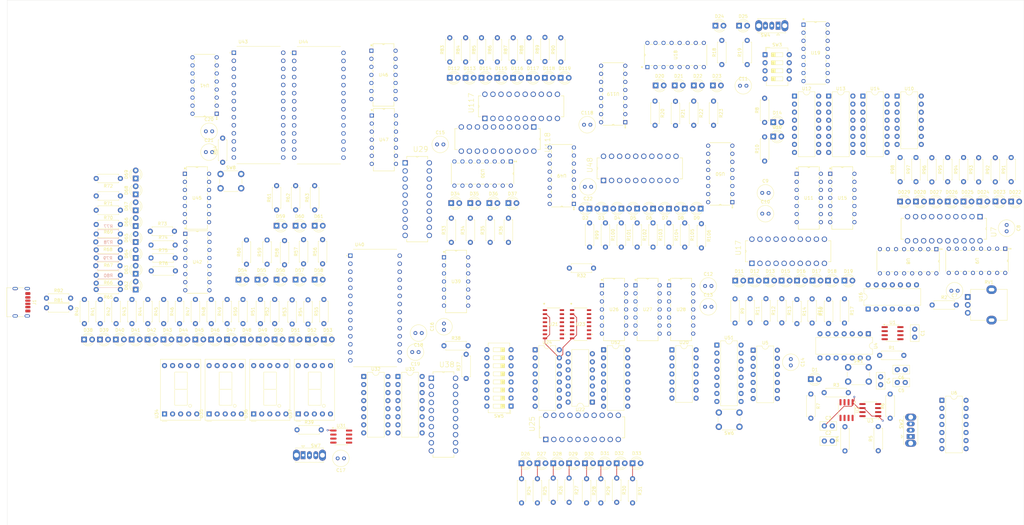
<source format=kicad_pcb>
(kicad_pcb (version 20241229) (generator "pcbnew") (generator_version "9.0")
  (title_block (title "8 Bit PC") (date "2025-10-27") (rev "1"))
  (layers (0 "F.Cu" signal) (4 "In1.Cu" signal) (6 "In2.Cu" signal) (8 "In3.Cu" signal) (10 "In4.Cu" signal) (2 "B.Cu" signal) (13 "F.Paste" user) (15 "B.Paste" user) (5 "F.SilkS" user "F.Silkscreen") (7 "B.SilkS" user "B.Silkscreen") (1 "F.Mask" user) (3 "B.Mask" user) (25 "Edge.Cuts" user))
  (net 0 "")
  (net 1 "GND")
  (net 2 "Net-(U1-CV)")
  (net 3 "Net-(U2-CV)")
  (net 4 "Net-(U2-DIS)")
  (net 5 "Net-(U3-CV)")
  (net 6 "VCC")
  (net 7 "Net-(U1-THR)")
  (net 8 "BUS_5")
  (net 9 "Net-(C14-Pad2)")
  (net 10 "CLK")
  (net 11 "Net-(U31-THR)")
  (net 12 "Net-(U31-CV)")
  (net 13 "Net-(D1-K)")
  (net 14 "Net-(D2-K)")
  (net 15 "/ALU/A_7")
  (net 16 "Net-(D3-K)")
  (net 17 "/ALU/A_6")
  (net 18 "/ALU/A_5")
  (net 19 "Net-(D4-K)")
  (net 20 "/ALU/A_4")
  (net 21 "Net-(D5-K)")
  (net 22 "Net-(D6-K)")
  (net 23 "/ALU/A_3")
  (net 24 "Net-(D7-K)")
  (net 25 "/ALU/A_2")
  (net 26 "Net-(D8-K)")
  (net 27 "/ALU/A_1")
  (net 28 "/ALU/A_0")
  (net 29 "Net-(D9-K)")
  (net 30 "ZF")
  (net 31 "Net-(D10-K)")
  (net 32 "Net-(D11-K)")
  (net 33 "Net-(D11-A)")
  (net 34 "Net-(D12-A)")
  (net 35 "Net-(D12-K)")
  (net 36 "Net-(D13-K)")
  (net 37 "Net-(D13-A)")
  (net 38 "Net-(D14-K)")
  (net 39 "CF")
  (net 40 "Net-(D15-K)")
  (net 41 "Net-(D15-A)")
  (net 42 "Net-(D16-K)")
  (net 43 "Net-(D16-A)")
  (net 44 "Net-(D17-K)")
  (net 45 "Net-(D17-A)")
  (net 46 "Net-(D18-K)")
  (net 47 "Net-(D18-A)")
  (net 48 "Net-(D19-K)")
  (net 49 "/MAR/A3")
  (net 50 "Net-(D20-K)")
  (net 51 "Net-(D21-K)")
  (net 52 "/MAR/A2")
  (net 53 "/MAR/A1")
  (net 54 "Net-(D22-K)")
  (net 55 "Net-(D022-K)")
  (net 56 "/ALU/B_7")
  (net 57 "/MAR/A0")
  (net 58 "Net-(D23-K)")
  (net 59 "/ALU/B_6")
  (net 60 "Net-(D023-K)")
  (net 61 "Net-(D24-A)")
  (net 62 "/ALU/B_5")
  (net 63 "Net-(D024-K)")
  (net 64 "Net-(D25-A)")
  (net 65 "Net-(D25-K)")
  (net 66 "Net-(D025-K)")
  (net 67 "/ALU/B_4")
  (net 68 "Net-(D26-K)")
  (net 69 "Net-(D26-A)")
  (net 70 "/ALU/B_3")
  (net 71 "Net-(D026-K)")
  (net 72 "Net-(D027-K)")
  (net 73 "/ALU/B_2")
  (net 74 "Net-(D27-K)")
  (net 75 "Net-(D27-A)")
  (net 76 "/ALU/B_1")
  (net 77 "Net-(D028-K)")
  (net 78 "Net-(D28-K)")
  (net 79 "Net-(D28-A)")
  (net 80 "Net-(D29-K)")
  (net 81 "Net-(D29-A)")
  (net 82 "/ALU/B_0")
  (net 83 "Net-(D029-K)")
  (net 84 "Net-(D30-K)")
  (net 85 "Net-(D30-A)")
  (net 86 "Net-(D31-K)")
  (net 87 "Net-(D31-A)")
  (net 88 "Net-(D32-K)")
  (net 89 "Net-(D32-A)")
  (net 90 "Net-(D33-A)")
  (net 91 "Net-(D33-K)")
  (net 92 "Net-(D34-K)")
  (net 93 "Net-(D34-A)")
  (net 94 "Net-(D35-A)")
  (net 95 "Net-(D35-K)")
  (net 96 "Net-(D36-K)")
  (net 97 "Net-(D36-A)")
  (net 98 "Net-(D37-K)")
  (net 99 "Net-(D37-A)")
  (net 100 "Net-(D38-K)")
  (net 101 "HLT")
  (net 102 "Net-(D39-A)")
  (net 103 "Net-(D39-K)")
  (net 104 "Net-(D40-K)")
  (net 105 "RI")
  (net 106 "Net-(D41-K)")
  (net 107 "Net-(D41-A)")
  (net 108 "Net-(D42-K)")
  (net 109 "Net-(D42-A)")
  (net 110 "Net-(D43-A)")
  (net 111 "Net-(D43-K)")
  (net 112 "Net-(D44-K)")
  (net 113 "Net-(D44-A)")
  (net 114 "Net-(D45-K)")
  (net 115 "Net-(D45-A)")
  (net 116 "Net-(D46-A)")
  (net 117 "Net-(D46-K)")
  (net 118 "Net-(D47-K)")
  (net 119 "SU")
  (net 120 "Net-(D48-K)")
  (net 121 "Net-(D48-A)")
  (net 122 "Net-(D49-K)")
  (net 123 "OI")
  (net 124 "Net-(D50-K)")
  (net 125 "CE")
  (net 126 "Net-(D51-K)")
  (net 127 "Net-(D51-A)")
  (net 128 "Net-(D52-A)")
  (net 129 "Net-(D52-K)")
  (net 130 "Net-(D53-A)")
  (net 131 "Net-(D53-K)")
  (net 132 "Net-(D54-A)")
  (net 133 "Net-(D54-K)")
  (net 134 "Net-(D55-A)")
  (net 135 "Net-(D55-K)")
  (net 136 "Net-(D56-A)")
  (net 137 "Net-(D56-K)")
  (net 138 "Net-(D57-A)")
  (net 139 "Net-(D57-K)")
  (net 140 "Net-(D58-K)")
  (net 141 "Net-(D58-A)")
  (net 142 "Net-(D59-A)")
  (net 143 "Net-(D59-K)")
  (net 144 "Net-(D60-A)")
  (net 145 "Net-(D60-K)")
  (net 146 "Net-(D61-K)")
  (net 147 "Net-(D61-A)")
  (net 148 "Net-(D62-K)")
  (net 149 "BUS_0")
  (net 150 "Net-(D63-K)")
  (net 151 "BUS_1")
  (net 152 "Net-(D64-K)")
  (net 153 "BUS_2")
  (net 154 "Net-(D65-K)")
  (net 155 "BUS_3")
  (net 156 "Net-(D66-K)")
  (net 157 "Net-(D67-K)")
  (net 158 "Net-(D68-K)")
  (net 159 "Net-(D69-K)")
  (net 160 "IR_7")
  (net 161 "Net-(D112-K)")
  (net 162 "Net-(D113-K)")
  (net 163 "IR_6")
  (net 164 "IR_5")
  (net 165 "Net-(D114-K)")
  (net 166 "Net-(D115-K)")
  (net 167 "IR_4")
  (net 168 "Net-(D116-K)")
  (net 169 "Net-(D116-A)")
  (net 170 "Net-(D117-K)")
  (net 171 "Net-(D117-A)")
  (net 172 "Net-(D118-A)")
  (net 173 "Net-(D118-K)")
  (net 174 "Net-(D119-A)")
  (net 175 "Net-(D119-K)")
  (net 176 "Net-(J1-CC2)")
  (net 177 "Net-(J1-CC1)")
  (net 178 "Net-(U1-DIS)")
  (net 179 "Net-(R2-Pad2)")
  (net 180 "Net-(U2-TR)")
  (net 181 "Net-(SW2-A)")
  (net 182 "Net-(U31-DIS)")
  (net 183 "Net-(SW7-A)")
  (net 184 "Net-(R64-Pad1)")
  (net 186 "Net-(SW2-C)")
  (net 187 "Net-(U24-I0d)")
  (net 188 "Net-(U24-I0a)")
  (net 189 "Net-(U24-I0c)")
  (net 190 "Net-(U24-I0b)")
  (net 191 "Net-(U51-I0c)")
  (net 192 "Net-(SW7-B)")
  (net 193 "Net-(U1-Q)")
  (net 194 "Net-(U2-Q)")
  (net 195 "Net-(U3-Q)")
  (net 197 "Net-(U4-Pad3)")
  (net 198 "Net-(U4-Pad9)")
  (net 199 "Net-(U4-Pad6)")
  (net 200 "Net-(U4-Pad4)")
  (net 201 "Net-(U4-Pad10)")
  (net 202 "Net-(U24-Za)")
  (net 203 "~{CLK}")
  (net 204 "Net-(U52-Zc)")
  (net 205 "Net-(U21-D0)")
  (net 206 "Net-(U23-D2)")
  (net 207 "Net-(U21-D3)")
  (net 208 "Net-(U52-Zb)")
  (net 209 "CLR")
  (net 210 "~{BI}")
  (net 211 "Net-(U10-Pad4)")
  (net 212 "Net-(U10-Pad9)")
  (net 213 "Net-(U10-Pad1)")
  (net 216 "Net-(U12-D1)")
  (net 218 "Net-(U10-Pad10)")
  (net 219 "Net-(U10-Pad2)")
  (net 220 "Net-(U10-Pad3)")
  (net 221 "Net-(D19-A)")
  (net 225 "Net-(U12-D0)")
  (net 226 "~{FI}")
  (net 228 "Net-(U13-B2)")
  (net 229 "Net-(U13-C0)")
  (net 230 "Net-(U13-B4)")
  (net 231 "Net-(U13-B1)")
  (net 232 "Net-(U13-B3)")
  (net 233 "Net-(U14-B1)")
  (net 234 "Net-(U14-B2)")
  (net 235 "Net-(U14-B4)")
  (net 236 "~{EO}")
  (net 237 "/MAR/PROG")
  (net 238 "BUS_4")
  (net 239 "BUS_6")
  (net 240 "~{MI}")
  (net 241 "BUS_7")
  (net 242 "Net-(U51-Zc)")
  (net 243 "Net-(U24-Zb)")
  (net 244 "Net-(U21-D1)")
  (net 245 "Net-(U52-I0c)")
  (net 246 "Net-(U24-Zc)")
  (net 247 "Net-(U21-D2)")
  (net 248 "Net-(U24-Zd)")
  (net 249 "Net-(U23-D0)")
  (net 250 "Net-(U52-Za)")
  (net 251 "~{RO}")
  (net 252 "~{CLR}")
  (net 253 "Net-(U42-O5)")
  (net 254 "Net-(U26-Pad6)")
  (net 255 "Net-(U51-I1c)")
  (net 256 "~{IO}")
  (net 257 "~{II}")
  (net 258 "~{AI}")
  (net 259 "~{AO}")
  (net 265 "~{CO}")
  (net 268 "Net-(U52-I0d)")
  (net 270 "~{J}")
  (net 273 "Net-(U31-Q)")
  (net 276 "Net-(U32A-~{Q})")
  (net 277 "Net-(U32B-~{Q})")
  (net 278 "Net-(U33A-O1)")
  (net 279 "Net-(U33A-O2)")
  (net 280 "Net-(U33A-O3)")
  (net 281 "Net-(U52-I0b)")
  (net 282 "Net-(U33A-O0)")
  (net 283 "Net-(U34-F)")
  (net 284 "Net-(U34-E)")
  (net 285 "Net-(U34-D)")
  (net 286 "Net-(U34-G)")
  (net 287 "Net-(U34-C)")
  (net 288 "Net-(U34-DP)")
  (net 289 "Net-(U34-A)")
  (net 290 "Net-(U34-B)")
  (net 291 "Net-(U38-Q2)")
  (net 292 "Net-(U38-Cp)")
  (net 293 "Net-(U38-Q0)")
  (net 294 "Net-(U38-Q7)")
  (net 295 "Net-(U38-Q3)")
  (net 296 "Net-(U38-Q1)")
  (net 297 "Net-(U38-Q6)")
  (net 298 "Net-(U38-Q5)")
  (net 299 "Net-(U38-Q4)")
  (net 300 "Net-(U52-I0a)")
  (net 307 "Net-(U41-~{MR})")
  (net 315 "Net-(U23-D1)")
  (net 316 "Net-(U14-B3)")
  (net 317 "Net-(U23-D3)")
  (net 318 "Net-(U21-*WE)")
  (net 319 "Net-(U52-Zd)")
  (net 320 "Net-(U21-*O2)")
  (net 330 "Net-(U21-*O1)")
  (net 331 "Net-(U21-*O0)")
  (net 332 "Net-(U21-*O3)")
  (net 343 "Net-(U23-*O2)")
  (net 344 "Net-(U23-*O3)")
  (net 345 "Net-(U23-*O1)")
  (net 346 "Net-(U23-*O0)")
  (footprint "Resistor_THT:R_Axial_DIN0207_L6.3mm_D2.5mm_P7.62mm_Horizontal" (layer "F.Cu") (at 266.9171 109.7923 -90)
    (property "Reference" "R14")
    (property "Value" "220")
  )
  (footprint "Package_DIP:DIP-14_W7.62mm" (layer "F.Cu") (at 253.13 125.79)
    (property "Reference" "U5")
    (property "Value" "74LS04")
  )
  (footprint "Package_SO:SOIC-8_3.9x4.9mm_P1.27mm" (layer "F.Cu") (at 297.0671 120.4123)
    (property "Reference" "U1")
    (property "Value" "LM555xM")
  )
  (footprint "Capacitor_THT:C_Radial_D5.0mm_H5.0mm_P2.00mm" (layer "F.Cu") (at 333.04 86.3 -90)
    (property "Reference" "C8")
    (property "Value" "0.1 µF")
  )
  (footprint "Capacitor_THT:C_Disc_D5.0mm_W2.5mm_P2.50mm" (layer "F.Cu") (at 275.5671 149.6623)
    (property "Reference" "C3")
    (property "Value" "0.01 µF")
  )
  (footprint "Resistor_THT:R_Axial_DIN0207_L6.3mm_D2.5mm_P7.62mm_Horizontal" (layer "F.Cu") (at 319.46 72.67 90)
    (property "Reference" "R94")
    (property "Value" "220")
  )
  (footprint "Package_DIP:DIP-16_W7.62mm" (layer "F.Cu") (at 205.9771 125.6573)
    (property "Reference" "U52")
    (property "Value" "74LS158")
  )
  (footprint "Resistor_THT:R_Axial_DIN0207_L6.3mm_D2.5mm_P7.62mm_Horizontal" (layer "F.Cu") (at 157.5 34.92 90)
    (property "Reference" "R83")
    (property "Value" "220")
  )
  (footprint "Resistor_THT:R_Axial_DIN0207_L6.3mm_D2.5mm_P7.62mm_Horizontal" (layer "F.Cu") (at 177.5 34.92 90)
    (property "Reference" "R87")
    (property "Value" "220")
  )
  (footprint "Custom:SN74LS173AN" (layer "F.Cu") (at 293.09 101.55 -90)
    (property "Reference" "U8")
    (property "Value" "74LS173")
  )
  (footprint "Package_DIP:DIP-14_W7.62mm" (layer "F.Cu") (at 227.5271 125.6673)
    (property "Reference" "U20")
    (property "Value" "74LS04")
  )
  (footprint "Custom:N16" (layer "F.Cu") (at 76.4121 33.4723 180)
    (property "Reference" "U41")
    (property "Value" "74LS161")
  )
  (footprint "Capacitor_THT:C_Radial_D5.0mm_H5.0mm_P2.00mm" (layer "F.Cu") (at 249 42.42)
    (property "Reference" "C11")
    (property "Value" "0.1 µF")
  )
  (footprint "LED_THT:LED_D3.0mm" (layer "F.Cu") (at 205.08 161.42)
    (property "Reference" "D31")
    (property "Value" "RED")
  )
  (footprint "LED_THT:LED_D3.0mm" (layer "F.Cu") (at 177.46 39.92)
    (property "Reference" "D116")
    (property "Value" "RED")
  )
  (footprint "Resistor_THT:R_Axial_DIN0207_L6.3mm_D2.5mm_P7.62mm_Horizontal" (layer "F.Cu") (at 202.8171 99.9123 180)
    (property "Reference" "R32")
    (property "Value" "1K")
  )
  (footprint "Package_DIP:DIP-14_W7.62mm" (layer "F.Cu") (at 312.62 141.58)
    (property "Reference" "U6")
    (property "Value" "74LS32")
  )
  (footprint "LED_THT:LED_D3.0mm" (layer "F.Cu") (at 108.9021 103.5523)
    (property "Reference" "D57")
    (property "Value" "GREEN")
  )
  (footprint "LED_THT:LED_D3.0mm" (layer "F.Cu") (at 117.7871 122.4123)
    (property "Reference" "D53")
    (property "Value" "BLUE")
  )
  (footprint "Resistor_THT:R_Axial_DIN0207_L6.3mm_D2.5mm_P7.62mm_Horizontal" (layer "F.Cu") (at 271.7171 109.6023 -90)
    (property "Reference" "R15")
    (property "Value" "220")
  )
  (footprint "Resistor_THT:R_Axial_DIN0207_L6.3mm_D2.5mm_P7.62mm_Horizontal" (layer "F.Cu") (at 262.1671 109.5423 -90)
    (property "Reference" "R13")
    (property "Value" "220")
  )
  (footprint "LED_THT:LED_D3.0mm" (layer "F.Cu") (at 157.5 39.92)
    (property "Reference" "D112")
    (property "Value" "RED")
  )
  (footprint "Resistor_THT:R_Axial_DIN0207_L6.3mm_D2.5mm_P7.62mm_Horizontal" (layer "F.Cu") (at 276.9171 117.3523 90)
    (property "Reference" "R16")
    (property "Value" "220")
  )
  (footprint "LED_THT:LED_D3.0mm" (layer "F.Cu") (at 259.46 53.92)
    (property "Reference" "D14")
    (property "Value" "GREEN")
  )
  (footprint "Resistor_THT:R_Axial_DIN0207_L6.3mm_D2.5mm_P7.62mm_Horizontal" (layer "F.Cu") (at 275.5071 139.1623)
    (property "Reference" "R3")
    (property "Value" "1K")
  )
  (footprint "Resistor_THT:R_Axial_DIN0207_L6.3mm_D2.5mm_P7.62mm_Horizontal" (layer "F.Cu") (at 53.6677 106.6571 180)
    (property "Reference" "R65")
    (property "Value" "220")
  )
  (footprint "Resistor_THT:R_Axial_DIN0207_L6.3mm_D2.5mm_P7.62mm_Horizontal" (layer "F.Cu") (at 222.1971 47.2723 -90)
    (property "Reference" "R20")
    (property "Value" "220")
  )
  (footprint "LED_THT:LED_D3.0mm" (layer "F.Cu") (at 58.5 71.65 90)
    (property "Reference" "D69")
    (property "Value" "RED")
  )
  (footprint "LED_THT:LED_D3.0mm" (layer "F.Cu") (at 257.2421 103.8523)
    (property "Reference" "D13")
    (property "Value" "RED")
  )
  (footprint "Resistor_THT:R_Axial_DIN0207_L6.3mm_D2.5mm_P7.62mm_Horizontal" (layer "F.Cu") (at 304.46 72.67 90)
    (property "Reference" "R97")
    (property "Value" "220")
  )
  (footprint "AT28C64B_15PU:DIP1555W45P254L3733H482Q28" (layer "F.Cu") (at 97.2213 48.53)
    (property "Reference" "U43")
    (property "Value" "AT28C64B-15PU")
  )
  (footprint "LED_THT:LED_D3.0mm" (layer "F.Cu") (at 271.8421 103.8523)
    (property "Reference" "D17")
    (property "Value" "RED")
  )
  (footprint "LED_THT:LED_D3.0mm" (layer "F.Cu") (at 102.9021 86.5523)
    (property "Reference" "D59")
    (property "Value" "RED")
  )
  (footprint "LED_THT:LED_D3.0mm" (layer "F.Cu") (at 172.46 39.92)
    (property "Reference" "D115")
    (property "Value" "RED")
  )
  (footprint "Button_Switch_THT:SW_PUSH_6mm" (layer "F.Cu") (at 248.8171 149.9273 180)
    (property "Reference" "SW6")
    (property "Value" "SW_Push")
  )
  (footprint "LED_THT:LED_D3.0mm" (layer "F.Cu") (at 200.12 161.42)
    (property "Reference" "D30")
    (property "Value" "RED")
  )
  (footprint "Package_DIP:DIP-16_W7.62mm" (layer "F.Cu") (at 130.3839 134.0691)
    (property "Reference" "U32")
    (property "Value" "74LS76")
  )
  (footprint "LED_THT:LED_D3.0mm" (layer "F.Cu") (at 102.2771 122.4123)
    (property "Reference" "D50")
    (property "Value" "BLUE")
  )
  (footprint "Display_7Segment:D1X8K" (layer "F.Cu") (at 81.6364 145.8791 90)
    (property "Reference" "U35")
    (property "Value" "D148K")
  )
  (footprint "LED_THT:LED_D3.0mm" (layer "F.Cu") (at 247.4771 103.8523)
    (property "Reference" "D11")
    (property "Value" "RED")
  )
  (footprint "LED_THT:LED_D3.0mm" (layer "F.Cu") (at 248.71 23.5)
    (property "Reference" "D25")
    (property "Value" "GREEN")
  )
  (footprint "Resistor_THT:R_Axial_DIN0207_L6.3mm_D2.5mm_P7.62mm_Horizontal" (layer "F.Cu") (at 111.4121 98.5523 90)
    (property "Reference" "R57")
    (property "Value" "220")
  )
  (footprint "Package_DIP:DIP-16_W7.62mm" (layer "F.Cu") (at 141.1639 134.0691)
    (property "Reference" "U33")
    (property "Value" "74LS139")
  )
  (footprint "LED_THT:LED_D3.0mm" (layer "F.Cu") (at 42.2271 122.4123)
    (property "Reference" "D38")
    (property "Value" "BLUE")
  )
  (footprint "Resistor_THT:R_Axial_DIN0207_L6.3mm_D2.5mm_P7.62mm_Horizontal" (layer "F.Cu") (at 53.6677 71.6571 180)
    (property "Reference" "R72")
    (property "Value" "220")
  )
  (footprint "Capacitor_THT:C_Radial_D5.0mm_H5.0mm_P2.00mm" (layer "F.Cu") (at 148.6664 120.3791 180)
    (property "Reference" "C18")
    (property "Value" "0.1 µF")
  )
  (footprint "LED_THT:LED_D3.0mm" (layer "F.Cu") (at 62.2271 122.4123)
    (property "Reference" "D42")
    (property "Value" "BLUE")
  )
  (footprint "LED_THT:LED_D3.0mm" (layer "F.Cu") (at 231.5871 81.1623 180)
    (property "Reference" "D8")
    (property "Value" "RED")
  )
  (footprint "Resistor_THT:R_Axial_DIN0207_L6.3mm_D2.5mm_P7.62mm_Horizontal" (layer "F.Cu") (at 102.3171 117.4123 90)
    (property "Reference" "R52")
    (property "Value" "220")
  )
  (footprint "Resistor_THT:R_Axial_DIN0207_L6.3mm_D2.5mm_P7.62mm_Horizontal" (layer "F.Cu") (at 187.5 34.79 90)
    (property "Reference" "R89")
    (property "Value" "220")
  )
  (footprint "Resistor_THT:R_Axial_DIN0207_L6.3mm_D2.5mm_P7.62mm_Horizontal" (layer "F.Cu") (at 215.12 166.3 -90)
    (property "Reference" "R31")
    (property "Value" "220")
  )
  (footprint "Resistor_THT:R_Axial_DIN0207_L6.3mm_D2.5mm_P7.62mm_Horizontal" (layer "F.Cu") (at 292.5671 157.4723 90)
    (property "Reference" "R5")
    (property "Value" "1K")
  )
  (footprint "LED_THT:LED_D3.0mm" (layer "F.Cu") (at 334.46 78.92)
    (property "Reference" "D022")
    (property "Value" "RED")
  )
  (footprint "Resistor_THT:R_Axial_DIN0207_L6.3mm_D2.5mm_P7.62mm_Horizontal" (layer "F.Cu") (at 192.5 34.92 90)
    (property "Reference" "R90")
    (property "Value" "220")
  )
  (footprint "Capacitor_THT:C_Radial_D5.0mm_H5.0mm_P2.00mm" (layer "F.Cu") (at 255.9939 82.7491)
    (property "Reference" "C10")
    (property "Value" "0.1 µF")
  )
  (footprint "Package_SO:SOIC-8_3.9x4.9mm_P1.27mm" (layer "F.Cu") (at 282.5671 144.6623 -90)
    (property "Reference" "U2")
    (property "Value" "LM555xM")
  )
  (footprint "Capacitor_THT:C_Radial_D5.0mm_H5.0mm_P2.00mm" (layer "F.Cu") (at 317.605 107.04 180)
    (property "Reference" "C7")
    (property "Value" "1 µF")
  )
  (footprint "LED_THT:LED_D3.0mm" (layer "F.Cu") (at 90.8721 103.5523)
    (property "Reference" "D54")
    (property "Value" "GREEN")
  )
  (footprint "Resistor_THT:R_Axial_DIN0207_L6.3mm_D2.5mm_P7.62mm_Horizontal" (layer "F.Cu") (at 63.325 92.64)
    (property "Reference" "R74")
    (property "Value" "10k")
  )
  (footprint "LED_THT:LED_D3.0mm" (layer "F.Cu") (at 72.2771 122.4123)
    (property "Reference" "D44")
    (property "Value" "BLUE")
  )
  (footprint "LED_THT:LED_D3.0mm" (layer "F.Cu") (at 92.2771 122.4123)
    (property "Reference" "D48")
    (property "Value" "BLUE")
  )
  (footprint "Button_Switch_THT:SW_DIP_SPSTx08_Slide_6.7x21.88mm_W7.62mm_P2.54mm_LowProfile" (layer "F.Cu") (at 176.8171 143.4123 180)
    (property "Reference" "SW5")
    (property "Value" "SW_DIP_x08")
  )
  (footprint "Custom:DIP254P762X508-20" (layer "F.Cu") (at 151.05 89.6)
    (property "Reference" "U29")
    (property "Value" "74LS245")
  )
  (footprint "Resistor_THT:R_Axial_DIN0207_L6.3mm_D2.5mm_P7.62mm_Horizontal" (layer "F.Cu") (at 109.3564 150.8791)
    (property "Reference" "R39")
    (property "Value" "10k")
  )
  (footprint "LED_THT:LED_D3.0mm" (layer "F.Cu") (at 259.46 58.42)
    (property "Reference" "D10")
    (property "Value" "GREEN")
  )
  (footprint "LED_THT:LED_D3.0mm" (layer "F.Cu") (at 304.44 78.92)
    (property "Reference" "D028")
    (property "Value" "RED")
  )
  (footprint "Resistor_THT:R_Axial_DIN0207_L6.3mm_D2.5mm_P7.62mm_Horizontal" (layer "F.Cu") (at 62.3171 117.4123 90)
    (property "Reference" "R44")
    (property "Value" "220")
  )
  (footprint "LED_THT:LED_D3.0mm" (layer "F.Cu") (at 222.3971 42.3323)
    (property "Reference" "D20")
    (property "Value" "YELLOW")
  )
  (footprint "Package_DIP:DIP-14_W7.62mm" (layer "F.Cu") (at 202.4371 142.1523 180)
    (property "Reference" "U22")
    (property "Value" "74LS04")
  )
  (footprint "Resistor_THT:R_Axial_DIN0207_L6.3mm_D2.5mm_P7.62mm_Horizontal" (layer "F.Cu") (at 53.6677 86.1571 180)
    (property "Reference" "R69")
    (property "Value" "220")
  )
  (footprint "Resistor_THT:R_Axial_DIN0207_L6.3mm_D2.5mm_P7.62mm_Horizontal" (layer "F.Cu") (at 180.12 166.3 -90)
    (property "Reference" "R24")
    (property "Value" "220")
  )
  (footprint "Resistor_THT:R_Axial_DIN0207_L6.3mm_D2.5mm_P7.62mm_Horizontal" (layer "F.Cu") (at 296.3171 147.2223 90)
    (property "Reference" "R6")
    (property "Value" "1K")
  )
  (footprint "LED_THT:LED_D3.0mm" (layer "F.Cu") (at 319.42 78.92)
    (property "Reference" "D025")
    (property "Value" "RED")
  )
  (footprint "Display_7Segment:D1X8K" (layer "F.Cu") (at 109.7364 145.8791 90)
    (property "Reference" "U37")
    (property "Value" "D148K")
  )
  (footprint "LED_THT:LED_D3.0mm" (layer "F.Cu") (at 58.5 76.65 90)
    (property "Reference" "D68")
    (property "Value" "RED")
  )
  (footprint "Resistor_THT:R_Axial_DIN0207_L6.3mm_D2.5mm_P7.62mm_Horizontal" (layer "F.Cu") (at 281.9171 109.6023 -90)
    (property "Reference" "R17")
    (property "Value" "220")
  )
  (footprint "Resistor_THT:R_Axial_DIN0207_L6.3mm_D2.5mm_P7.62mm_Horizontal" (layer "F.Cu") (at 53.6677 77.1571 180)
    (property "Reference" "R71")
    (property "Value" "220")
  )
  (footprint "Resistor_THT:R_Axial_DIN0207_L6.3mm_D2.5mm_P7.62mm_Horizontal" (layer "F.Cu") (at 251.25 35.75 90)
    (property "Reference" "R19")
    (property "Value" "1K")
  )
  (footprint "Capacitor_THT:C_Radial_D5.0mm_H5.0mm_P2.00mm" (layer "F.Cu") (at 124.1664 159.8791 180)
    (property "Reference" "C17")
    (property "Value" "0.01 µF")
  )
  (footprint "LED_THT:LED_D3.0mm" (layer "F.Cu") (at 167.48 39.92)
    (property "Reference" "D114")
    (property "Value" "RED")
  )
  (footprint "Capacitor_THT:C_Radial_D5.0mm_H5.0mm_P2.00mm" (layer "F.Cu") (at 237.9771 112.0973)
    (property "Reference" "C13")
    (property "Value" "0.1 µF")
  )
  (footprint "Resistor_THT:R_Axial_DIN0207_L6.3mm_D2.5mm_P7.62mm_Horizontal" (layer "F.Cu") (at 162.6664 134.6891 90)
    (property "Reference" "R37")
    (property "Value" "1k")
  )
  (footprint "Resistor_THT:R_Axial_DIN0207_L6.3mm_D2.5mm_P7.62mm_Horizontal" (layer "F.Cu") (at 157.99 91.79 90)
    (property "Reference" "R33")
    (property "Value" "220")
  )
  (footprint "Resistor_THT:R_Axial_DIN0207_L6.3mm_D2.5mm_P7.62mm_Horizontal" (layer "F.Cu") (at 108.9121 81.5523 90)
    (property "Reference" "R62")
    (property "Value" "220")
  )
  (footprint "LED_THT:LED_D3.0mm" (layer "F.Cu") (at 114.9221 86.5523)
    (property "Reference" "D61")
    (property "Value" "RED")
  )
  (footprint "LED_THT:LED_D3.0mm" (layer "F.Cu") (at 228.4071 42.3323)
    (property "Reference" "D21")
    (property "Value" "YELLOW")
  )
  (footprint "Package_DIP:DIP-16_W7.62mm" (layer "F.Cu") (at 276.94 45.67)
    (property "Reference" "U13")
    (property "Value" "74LS283")
  )
  (footprint "Resistor_THT:R_Axial_DIN0207_L6.3mm_D2.5mm_P7.62mm_Horizontal" (layer "F.Cu") (at 334.46 72.67 90)
    (property "Reference" "R91")
    (property "Value" "220")
  )
  (footprint "Resistor_THT:R_Axial_DIN0207_L6.3mm_D2.5mm_P7.62mm_Horizontal" (layer "F.Cu") (at 77.3171 117.4123 90)
    (property "Reference" "R47")
    (property "Value" "220")
  )
  (footprint "Resistor_THT:R_Axial_DIN0207_L6.3mm_D2.5mm_P7.62mm_Horizontal" (layer "F.Cu") (at 30.38 112.42)
    (property "Reference" "R81")
    (property "Value" "5.1 kΩ")
  )
  (footprint "LED_THT:LED_D3.0mm" (layer "F.Cu") (at 309.44 78.92)
    (property "Reference" "D027")
    (property "Value" "RED")
  )
  (footprint "Resistor_THT:R_Axial_DIN0207_L6.3mm_D2.5mm_P7.62mm_Horizontal" (layer "F.Cu") (at 93.4121 98.6723 90)
    (property "Reference" "R60")
    (property "Value" "220")
  )
  (footprint "Package_DIP:DIP-16_W7.62mm" (layer "F.Cu") (at 184.4171 125.6573)
    (property "Reference" "U24")
    (property "Value" "74LS158")
  )
  (footprint "LED_THT:LED_D3.0mm" (layer "F.Cu") (at 185.13 161.42)
    (property "Reference" "D27")
    (property "Value" "RED")
  )
  (footprint "Resistor_THT:R_Axial_DIN0207_L6.3mm_D2.5mm_P7.62mm_Horizontal" (layer "F.Cu") (at 293.0071 127.4123)
    (property "Reference" "R1")
    (property "Value" "1K")
  )
  (footprint "Resistor_THT:R_Axial_DIN0207_L6.3mm_D2.5mm_P7.62mm_Horizontal" (layer "F.Cu") (at 282.0671 157.5323 90)
    (property "Reference" "R4")
    (property "Value" "1M")
  )
  (footprint "LED_THT:LED_D3.0mm" (layer "F.Cu") (at 195.12 161.42)
    (property "Reference" "D29")
    (property "Value" "RED")
  )
  (footprint "Resistor_THT:R_Axial_DIN0207_L6.3mm_D2.5mm_P7.62mm_Horizontal" (layer "F.Cu") (at 53.6677 81.6571 180)
    (property "Reference" "R70")
    (property "Value" "220")
  )
  (footprint "LED_THT:LED_D3.0mm" (layer "F.Cu") (at 234.4171 42.3323)
    (property "Reference" "D22")
    (property "Value" "YELLOW")
  )
  (footprint "Resistor_THT:R_Axial_DIN0207_L6.3mm_D2.5mm_P7.62mm_Horizontal" (layer "F.Cu") (at 170.24 91.79 90)
    (property "Reference" "R35")
    (property "Value" "220")
  )
  (footprint "LED_THT:LED_D3.0mm" (layer "F.Cu") (at 102.8921 103.5523)
    (property "Reference" "D56")
    (property "Value" "GREEN")
  )
  (footprint "Custom:N16" (layer "F.Cu") (at 158.96 73.92 -90)
    (property "Reference" "U30")
    (property "Value" "74LS161")
  )
  (footprint "LED_THT:LED_D3.0mm" (layer "F.Cu") (at 57.2271 122.4123)
    (property "Reference" "D41")
    (property "Value" "BLUE")
  )
  (footprint "LED_THT:LED_D3.0mm" (layer "F.Cu") (at 82.2771 122.4123)
    (property "Reference" "D46")
    (property "Value" "BLUE")
  )
  (footprint "Resistor_THT:R_Axial_DIN0207_L6.3mm_D2.5mm_P7.62mm_Horizontal" (layer "F.Cu") (at 175.99 91.79 90)
    (property "Reference" "R36")
    (property "Value" "220")
  )
  (footprint "Resistor_THT:R_Axial_DIN0207_L6.3mm_D2.5mm_P7.62mm_Horizontal" (layer "F.Cu") (at 117.8171 117.4123 90)
    (property "Reference" "R55")
    (property "Value" "220")
  )
  (footprint "Custom:SN74LS173AN" (layer "F.Cu") (at 276.62 40.96)
    (property "Reference" "U19")
    (property "Value" "74LS173")
  )
  (footprint "Capacitor_THT:C_Radial_D5.0mm_H5.0mm_P2.00mm" (layer "F.Cu") (at 199.8171 54.7123)
    (property "Reference" "C118")
    (property "Value" "0.1 µF")
  )
  (footprint "Package_DIP:DIP-14_W7.62mm" (layer "F.Cu") (at 298.5 45.68)
    (property "Reference" "U10")
    (property "Value" "74LS08")
  )
  (footprint "Button_Switch_THT:SW_Slide_SPDT_Straight_CK_OS102011MS2Q" (layer "F.Cu") (at 111.2664 158.8791)
    (property "Reference" "SW7")
    (property "Value" "SW_SPDT")
  )
  (footprint "Resistor_THT:R_Axial_DIN0207_L6.3mm_D2.5mm_P7.62mm_Horizontal" (layer "F.Cu") (at 182.5 34.92 90)
    (property "Reference" "R88")
    (property "Value" "220")
  )
  (footprint "footprints:N14" (layer "F.Cu") (at 274.4684 85.42)
    (property "Reference" "U11")
    (property "Value" "74LS02")
  )
  (footprint "Button_Switch_THT:SW_PUSH_6mm" (layer "F.Cu") (at 283.0671 131.1623)
    (property "Reference" "SW1")
    (property "Value" "SW_Push")
  )
  (footprint "LED_THT:LED_D3.0mm" (layer "F.Cu") (at 190.12 161.42)
    (property "Reference" "D28")
    (property "Value" "RED")
  )
  (footprint "Resistor_THT:R_Axial_DIN0207_L6.3mm_D2.5mm_P7.62mm_Horizontal" (layer "F.Cu") (at 105.4121 98.8623 90)
    (property "Reference" "R58")
    (property "Value" "220")
  )
  (footprint "Resistor_THT:R_Axial_DIN0207_L6.3mm_D2.5mm_P7.62mm_Horizontal" (layer "F.Cu") (at 99.9121 98.6723 90)
    (property "Reference" "R59")
    (property "Value" "220")
  )
  (footprint "Resistor_THT:R_Axial_DIN0207_L6.3mm_D2.5mm_P7.62mm_Horizontal" (layer "F.Cu") (at 309.545 111.54)
    (property "Reference" "R2")
    (property "Value" "1K")
  )
  (footprint "LED_THT:LED_D3.0mm" (layer "F.Cu") (at 52.2271 122.4123)
    (property "Reference" "D40")
    (property "Value" "BLUE")
  )
  (footprint "Capacitor_THT:C_Disc_D5.0mm_W2.5mm_P2.50mm" (layer "F.Cu") (at 293.3171 134.1623 -90)
    (property "Reference" "C4")
    (property "Value" "0.01 µF")
  )
  (footprint "Resistor_THT:R_Axial_DIN0207_L6.3mm_D2.5mm_P7.62mm_Horizontal" (layer "F.Cu") (at 324.21 72.73 90)
    (property "Reference" "R93")
    (property "Value" "220")
  )
  (footprint "LED_THT:LED_D3.0mm" (layer "F.Cu") (at 201.5071 81.1623 180)
    (property "Reference" "D2")
    (property "Value" "RED")
  )
  (footprint "Resistor_THT:R_Axial_DIN0207_L6.3mm_D2.5mm_P7.62mm_Horizontal" (layer "F.Cu") (at 172.5 34.92 90)
    (property "Reference" "R86")
    (property "Value" "220")
  )
  (footprint "LED_THT:LED_D3.0mm" (layer "F.Cu") (at 87.2771 122.4123)
    (property "Reference" "D47")
    (property "Value" "BLUE")
  )
  (footprint "Display_7Segment:D1X8K" (layer "F.Cu") (at 67.5864 145.8791 90)
    (property "Reference" "U34")
    (property "Value" "D148K")
  )
  (footprint "Custom:DIP254P762X508-20" (layer "F.Cu") (at 210.62 146.3 90)
    (property "Reference" "U25")
    (property "Value" "74LS245")
  )
  (footprint "LED_THT:LED_D3.0mm" (layer "F.Cu") (at 314.46 78.92)
    (property "Reference" "D026")
    (property "Value" "RED")
  )
  (footprint "Resistor_THT:R_Axial_DIN0207_L6.3mm_D2.5mm_P7.62mm_Horizontal" (layer "F.Cu") (at 299.46 72.67 90)
    (property "Reference" "R98")
    (property "Value" "220")
  )
  (footprint "Resistor_THT:R_Axial_DIN0207_L6.3mm_D2.5mm_P7.62mm_Horizontal" (layer "F.Cu") (at 163.99 91.79 90)
    (property "Reference" "R34")
    (property "Value" "220")
  )
  (footprint "Resistor_THT:R_Axial_DIN0207_L6.3mm_D2.5mm_P7.62mm_Horizontal" (layer "F.Cu") (at 216.5671 85.6623 -90)
    (property "Reference" "R102")
    (property "Value" "220")
  )
  (footprint "Custom:DIP254P762X508-20" (layer "F.Cu") (at 228.8171 64.6623 90)
    (property "Reference" "U48")
    (property "Value" "74LS245")
  )
  (footprint "LED_THT:LED_D3.0mm" (layer "F.Cu") (at 299.44 78.92)
    (property "Reference" "D029")
    (property "Value" "RED")
  )
  (footprint "Resistor_THT:R_Axial_DIN0207_L6.3mm_D2.5mm_P7.62mm_Horizontal" (layer "F.Cu") (at 200.62 166.3 -90)
    (property "Reference" "R28")
    (property "Value" "220")
  )
  (footprint "Custom:N14" (layer "F.Cu") (at 213.0816 120.565)
    (property "Reference" "U26")
    (property "Value" "74LS00")
  )
  (footprint "LED_THT:LED_D3.0mm" (layer "F.Cu") (at 271.2971 134.9123)
    (property "Reference" "D1")
    (property "Value" "BLUE")
  )
  (footprint "LED_THT:LED_D3.0mm" (layer "F.Cu") (at 236.5871 81.1623 180)
    (property "Reference" "D9")
    (property "Value" "RED")
  )
  (footprint "LED_THT:LED_D3.0mm" (layer "F.Cu") (at 162.48 39.92)
    (property "Reference" "D113")
    (property "Value" "RED")
  )
  (footprint "Custom:DIP254P762X508-20" (layer "F.Cu") (at 275.5971 90.7923 90)
    (property "Reference" "U17")
    (property "Value" "74LS245")
  )
  (footprint "Capacitor_THT:C_Radial_D5.0mm_H5.0mm_P2.00mm" (layer "F.Cu") (at 202.0671 74.2823 180)
    (property "Reference" "C22")
    (property "Value" "0.1 µF")
  )
  (footprint "Custom:N16" (layer "F.Cu") (at 237.58 28.92 90)
    (property "Reference" "U18")
    (property "Value" "74LS157")
  )
  (footprint "Resistor_THT:R_Axial_DIN0207_L6.3mm_D2.5mm_P7.62mm_Horizontal" (layer "F.Cu") (at 243.25 35.75 90)
    (property "Reference" "R18")
    (property "Value" "1K")
  )
  (footprint "Resistor_THT:R_Axial_DIN0207_L6.3mm_D2.5mm_P7.62mm_Horizontal" (layer "F.Cu") (at 211.5671 85.6623 -90)
    (property "Reference" "R101")
    (property "Value" "220")
  )
  (footprint "Capacitor_THT:C_Radial_D5.0mm_H5.0mm_P2.00mm" (layer "F.Cu") (at 237.9771 105.5473)
    (property "Reference" "C12")
    (property "Value" "0.1 µF")
  )
  (footprint "LED_THT:LED_D3.0mm" (layer "F.Cu") (at 216.5671 81.1623 180)
    (property "Reference" "D5")
    (property "Value" "RED")
  )
  (footprint "Resistor_THT:R_Axial_DIN0207_L6.3mm_D2.5mm_P7.62mm_Horizontal" (layer "F.Cu") (at 97.8171 117.4123 90)
    (property "Reference" "R51")
    (property "Value" "220")
  )
  (footprint "Custom:SOIC16_9P9X3P9_ONS" (layer "F.Cu") (at 190.1748 117.595)
    (property "Reference" "U21")
    (property "Value" "74F189SC")
  )
  (footprint "Resistor_THT:R_Axial_DIN0207_L6.3mm_D2.5mm_P7.62mm_Horizontal" (layer "F.Cu") (at 112.8171 117.5323 90)
    (property "Reference" "R54")
    (property "Value" "220")
  )
  (footprint "Capacitor_THT:C_Disc_D5.0mm_W2.5mm_P2.50mm" (layer "F.Cu") (at 304.0671 119.1623 -90)
    (property "Reference" "C1")
    (property "Value" "0.01 µF")
  )
  (footprint "Button_Switch_THT:SW_PUSH_6mm" (layer "F.Cu") (at 85.25 70.25)
    (property "Reference" "SW8")
    (property "Value" "SW_Push")
  )
  (footprint "Resistor_THT:R_Axial_DIN0207_L6.3mm_D2.5mm_P7.62mm_Horizontal" (layer "F.Cu") (at 185.12 166.3 -90)
    (property "Reference" "R25")
    (property "Value" "220")
  )
  (footprint "Button_Switch_THT:SW_DIP_SPSTx04_Slide_6.7x11.72mm_W7.62mm_P2.54mm_LowProfile" (layer "F.Cu") (at 256.88 32.63)
    (property "Reference" "SW3")
    (property "Value" "SW_DIP_x04")
  )
  (footprint "Custom:SOIC16_9P9X3P9_ONS" (layer "F.Cu") (at 198.7241 117.595)
    (property "Reference" "U23")
    (property "Value" "74F189SC")
  )
  (footprint "LED_THT:LED_D3.0mm" (layer "F.Cu") (at 47.2371 122.4123)
    (property "Reference" "D39")
    (property "Value" "BLUE")
  )
  (footprint "Resistor_THT:R_Axial_DIN0207_L6.3mm_D2.5mm_P7.62mm_Horizontal" (layer "F.Cu") (at 72.3171 117.4123 90)
    (property "Reference" "R46")
    (property "Value" "220")
  )
  (footprint "Resistor_THT:R_Axial_DIN0207_L6.3mm_D2.5mm_P7.62mm_Horizontal" (layer "F.Cu") (at 221.5671 85.6623 -90)
    (property "Reference" "R103")
    (property "Value" "220")
  )
  (footprint "Resistor_THT:R_Axial_DIN0207_L6.3mm_D2.5mm_P7.62mm_Horizontal" (layer "F.Cu") (at 210.12 166.11 -90)
    (property "Reference" "R30")
    (property "Value" "220")
  )
  (footprint "Resistor_THT:R_Axial_DIN0207_L6.3mm_D2.5mm_P7.62mm_Horizontal" (layer "F.Cu") (at 92.3171 117.4123 90)
    (property "Reference" "R50")
    (property "Value" "220")
  )
  (footprint "Button_Switch_THT:SW_Slide_SPDT_Straight_CK_OS102011MS2Q" (layer "F.Cu") (at 261 23.5 180)
    (property "Reference" "SW4")
    (property "Value" "SW_SPDT")
  )
  (footprint "Custom:N14" (layer "F.Cu") (at 234.2332 120.565)
    (property "Reference" "U28")
    (property "Value" "74LS04")
  )
  (footprint "Custom:DIP254P762X508-20" (layer "F.Cu") (at 191.43 45.11 90)
    (property "Reference" "U117")
    (property "Value" "74LS245")
  )
  (footprint "Resistor_THT:R_Axial_DIN0207_L6.3mm_D2.5mm_P7.62mm_Horizontal" (layer "F.Cu") (at 236.8171 85.9123 -90)
    (property "Reference" "R106")
    (property "Value" "220")
  )
  (footprint "Resistor_THT:R_Axial_DIN0207_L6.3mm_D2.5mm_P7.62mm_Horizontal" (layer "F.Cu") (at 329.46 72.73 90)
    (property "Reference" "R92")
    (property "Value" "220")
  )
  (footprint "LED_THT:LED_D3.0mm" (layer "F.Cu") (at 108.9121 86.5523)
    (property "Reference" "D60")
    (property "Value" "RED")
  )
  (footprint "footprints:N14" (layer "F.Cu") (at 285.0442 85.42)
    (property "Reference" "U15")
    (property "Value" "74LS86")
  )
  (footprint "LED_THT:LED_D3.0mm" (layer "F.Cu") (at 266.9671 103.8523)
    (property "Reference" "D16")
    (property "Value" "RED")
  )
  (footprint "Resistor_THT:R_Axial_DIN0207_L6.3mm_D2.5mm_P7.62mm_Horizontal" (layer "F.Cu") (at 201.5671 85.6623 -90)
    (property "Reference" "R99")
    (property "Value" "220")
  )
  (footprint "LED_THT:LED_D3.0mm" (layer "F.Cu") (at 276.7171 103.8523)
    (property "Reference" "D18")
    (property "Value" "RED")
  )
  (footprint "Resistor_THT:R_Axial_DIN0207_L6.3mm_D2.5mm_P7.62mm_Horizontal" (layer "F.Cu") (at 190.12 166.11 -90)
    (property "Reference" "R26")
    (property "Value" "220")
  )
  (footprint "Custom:N14" (layer "F.Cu") (at 140.4121 46.6323)
    (property "Reference" "U46")
    (property "Value" "74LS04")
  )
  (footprint "Resistor_THT:R_Axial_DIN0207_L6.3mm_D2.5mm_P7.62mm_Horizontal" (layer "F.Cu") (at 67.3171 117.4123 90)
    (property "Reference" "R45")
    (property "Value" "220")
  )
  (footprint "LED_THT:LED_D3.0mm" (layer "F.Cu") (at 58.5 96.69 90)
    (property "Reference" "D64")
    (property "Value" "RED")
  )
  (footprint "LED_THT:LED_D3.0mm" (layer "F.Cu") (at 206.5471 81.1623 180)
    (property "Reference" "D3")
    (property "Value" "RED")
  )
  (footprint "Resistor_THT:R_Axial_DIN0207_L6.3mm_D2.5mm_P7.62mm_Horizontal" (layer "F.Cu") (at 53.5477 91.6571 180)
    (property "Reference" "R68")
    (property "Value" "220")
  )
  (footprint "LED_THT:LED_D3.0mm" (layer "F.Cu") (at 58.5 91.69 90)
    (property "Reference" "D65")
    (property "Value" "RED")
  )
  (footprint "Custom:DIP254P762X508-20" (layer "F.Cu") (at 301.79 91.3 -90)
    (property "Reference" "U7")
    (property "Value" "74LS245")
  )
  (footprint "LED_THT:LED_D3.0mm" (layer "F.Cu") (at 163.96 79.42)
    (property "Reference" "D35")
    (property "Value" "GREEN")
  )
  (footprint "Custom:SN74LS173AN" (layer "F.Cu") (at 314.8 101.42 -90)
    (property "Reference" "U9")
    (property "Value" "74LS173")
  )
  (footprint "LED_THT:LED_D3.0mm" (layer "F.Cu") (at 97.2771 122.4123)
    (property "Reference" "D49")
    (property "Value" "BLUE")
  )
  (footprint "LED_THT:LED_D3.0mm" (layer "F.Cu") (at 192.46 39.92)
    (property "Reference" "D119")
    (property "Value" "RED")
  )
  (footprint "Resistor_THT:R_Axial_DIN0207_L6.3mm_D2.5mm_P7.62mm_Horizontal" (layer "F.Cu") (at 63.0879 88.2877)
    (property "Reference" "R73")
    (property "Value" "10k")
  )
  (footprint "Resistor_THT:R_Axial_DIN0207_L6.3mm_D2.5mm_P7.62mm_Horizontal" (layer "F.Cu") (at 155.6664 124.3791)
    (property "Reference" "R38")
    (property "Value" "100k")
  )
  (footprint "LED_THT:LED_D3.0mm" (layer "F.Cu") (at 329.5 78.88)
    (property "Reference" "D023")
    (property "Value" "RED")
  )
  (footprint "LED_THT:LED_D3.0mm" (layer "F.Cu") (at 157.95 79.42)
    (property "Reference" "D34")
    (property "Value" "GREEN")
  )
  (footprint "Capacitor_THT:C_Radial_D5.0mm_H5.0mm_P2.00mm" (layer "F.Cu") (at 155.6664 119.3791 90)
    (property "Reference" "C16")
    (property "Value" "0.01 µF")
  )
  (footprint "Resistor_THT:R_Axial_DIN0207_L6.3mm_D2.5mm_P7.62mm_Horizontal" (layer "F.Cu") (at 247.4171 109.6023 -90)
    (property "Reference" "R9")
    (property "Value" "220")
  )
  (footprint "LED_THT:LED_D3.0mm" (layer "F.Cu") (at 182.46 39.92)
    (property "Reference" "D117")
    (property "Value" "RED")
  )
  (footprint "Custom:SN74LS173AN" (layer "F.Cu") (at 238.9471 61.3323 180)
    (property "Reference" "U50")
    (property "Value" "74LS173")
  )
  (footprint "LED_THT:LED_D3.0mm" (layer "F.Cu") (at 241.23 23.5)
    (property "Reference" "D24")
    (property "Value" "RED")
  )
  (footprint "Resistor_THT:R_Axial_DIN0207_L6.3mm_D2.5mm_P7.62mm_Horizontal" (layer "F.Cu") (at 205.12 166.3 -90)
    (property "Reference" "R29")
    (property "Value" "220")
  )
  (footprint "Resistor_THT:R_Axial_DIN0207_L6.3mm_D2.5mm_P7.62mm_Horizontal" (layer "F.Cu") (at 102.9121 81.5523 90)
    (property "Reference" "R61")
    (property "Value" "220")
  )
  (footprint "Resistor_THT:R_Axial_DIN0207_L6.3mm_D2.5mm_P7.62mm_Horizontal" (layer "F.Cu") (at 314.46 72.67 90)
    (property "Reference" "R95")
    (property "Value" "220")
  )
  (footprint "Capacitor_THT:C_Radial_D5.0mm_H5.0mm_P2.00mm" (layer "F.Cu") (at 147.6664 126.3791 180)
    (property "Reference" "C19")
    (property "Value" "0.1 µF")
  )
  (footprint "Resistor_THT:R_Axial_DIN0207_L6.3mm_D2.5mm_P7.62mm_Horizontal" (layer "F.Cu") (at 271.3171 139.6023 -90)
    (property "Reference" "R7")
    (property "Value" "220")
  )
  (footprint "LED_THT:LED_D3.0mm" (layer "F.Cu") (at 58.5 81.69 90)
    (property "Reference" "D67")
    (property "Value" "RED")
  )
  (footprint "LED_THT:LED_D3.0mm" (layer "F.Cu") (at 180.08 161.42)
    (property "Reference" "D26")
    (property "Value" "RED")
  )
  (footprint "Capacitor_THT:C_Radial_D5.0mm_H5.0mm_P2.00mm" (layer "F.Cu") (at 80.6121 63.3423)
    (property "Reference" "C21")
    (property "Value" "0.1 µF")
  )
  (footprint "Resistor_THT:R_Axial_DIN0207_L6.3mm_D2.5mm_P7.62mm_Horizontal" (layer "F.Cu") (at 195.12 166.11 -90)
    (property "Reference" "R27")
    (property "Value" "220")
  )
  (footprint "Resistor_THT:R_Axial_DIN0207_L6.3mm_D2.5mm_P7.62mm_Horizontal" (layer "F.Cu") (at 206.5671 85.6623 -90)
    (property "Reference" "R100")
    (property "Value" "220")
  )
  (footprint "LED_THT:LED_D3.0mm" (layer "F.Cu") (at 114.9121 103.5523)
    (property "Reference" "D58")
    (property "Value" "GREEN")
  )
  (footprint "Resistor_THT:R_Axial_DIN0207_L6.3mm_D2.5mm_P7.62mm_Horizontal" (layer "F.Cu") (at 57.3171 117.4123 90)
    (property "Reference" "R43")
    (property "Value" "220")
  )
  (footprint "LED_THT:LED_D3.0mm" (layer "F.Cu") (at 58.5 86.65 90)
    (property "Reference" "D66")
    (property "Value" "RED")
  )
  (footprint "LED_THT:LED_D3.0mm" (layer "F.Cu") (at 240.4271 42.3323)
    (property "Reference" "D23")
    (property "Value" "YELLOW")
  )
  (footprint "Capacitor_THT:C_Radial_D5.0mm_H5.0mm_P2.00mm" (layer "F.Cu") (at 80.6121 56.7923)
    (property "Reference" "C20")
    (property "Value" "0.1 µF")
  )
  (footprint "Resistor_THT:R_Axial_DIN0207_L6.3mm_D2.5mm_P7.62mm_Horizontal" (layer "F.Cu") (at 47.3171 117.4123 90)
    (property "Reference" "R41")
    (property "Value" "220")
  )
  (footprint "Resistor_THT:R_Axial_DIN0207_L6.3mm_D2.5mm_P7.62mm_Horizontal" (layer "F.Cu") (at 82.3171 117.4123 90)
    (property "Reference" "R48")
    (property "Value" "220")
  )
  (footprint "Capacitor_THT:C_Disc_D5.0mm_W2.5mm_P2.50mm" (layer "F.Cu") (at 275.5671 154.4123)
    (property "Reference" "C2")
    (property "Value" "0.01 µF")
  )
  (footprint "Display_7Segment:D1X8K" (layer "F.Cu") (at 95.6864 145.8791 90)
    (property "Reference" "U36")
    (property "Value" "D148K")
  )
  (footprint "LED_THT:LED_D3.0mm" (layer "F.Cu") (at 175.98 79.42)
    (property "Reference" "D37")
    (property "Value" "GREEN")
  )
  (footprint "Package_DIP:DIP-16_W7.62mm" (layer "F.Cu") (at 266.16 45.67)
    (property "Reference" "U12")
    (property "Value" "74LS173")
  )
  (footprint "Connector_USB:USB_C_Receptacle_HRO_TYPE-C-31-M-17" (layer "F.Cu") (at 21.32 110.67 -90)
    (property "Reference" "J1")
    (property "Value" "USB_C_Receptacle_PowerOnly_6P")
  )
  (footprint "Package_SO:SOIC-8_3.9x4.9mm_P1.27mm" (layer "F.Cu") (at 123.2839 153.0141)
    (property "Reference" "U31")
    (property "Value" "LM555xM")
  )
  (footprint "Custom:N14" (layer "F.Cu") (at 163.2968 111.7468)
    (property "Reference" "U39")
    (property "Value" "74LS08")
  )
  (footprint "Resistor_THT:R_Axial_DIN0207_L6.3mm_D2.5mm_P7.62mm_Horizontal" (layer "F.Cu") (at 53.6677 102.1571 180)
    (property "Reference" "R66")
    (property "Value" "220")
  )
  (footprint "LED_THT:LED_D3.0mm" (layer "F.Cu") (at 210.12 161.42)
    (property "Reference" "D32")
    (property "Value" "RED")
  )
  (footprint "Resistor_THT:R_Axial_DIN0207_L6.3mm_D2.5mm_P7.62mm_Horizontal" (layer "F.Cu") (at 257.1671 109.5423 -90)
    (property "Reference" "R12")
    (property "Value" "220")
  )
  (footprint "Custom:N16" (layer "F.Cu") (at 81.74 106.88)
    (property "Reference" "U42")
    (property "Value" "74LS138")
  )
  (footprint "Resistor_THT:R_Axial_DIN0207_L6.3mm_D2.5mm_P7.62mm_Horizontal" (layer "F.Cu") (at 240.6471 47.2723 -90)
    (property "Reference" "R23")
    (property "Value" "220")
  )
  (footprint "Custom:DIP254P762X508-20" (layer "F.Cu") (at 161.14 63.04 -90)
    (property "Reference" "U118")
    (property "Value" "74ls245")
  )
  (footprint "LED_THT:LED_D3.0mm" (layer "F.Cu") (at 58.5 106.69 90)
    (property "Reference" "D62")
    (property "Value" "RED")
  )
  (footprint "LED_THT:LED_D3.0mm" (layer "F.Cu") (at 262.0871 103.8523)
    (property "Reference" "D15")
    (property "Value" "RED")
  )
  (footprint "Resistor_THT:R_Axial_DIN0207_L6.3mm_D2.5mm_P7.62mm_Horizontal" (layer "F.Cu") (at 256.75 53.98 90)
    (property "Reference" "R8")
    (property "Value" "220")
  )
  (footprint "LED_THT:LED_D3.0mm" (layer "F.Cu") (at 58.5 101.69 90)
    (property "Reference" "D63")
    (property "Value" "RED")
  )
  (footprint "Custom:N14" (layer "F.Cu") (at 223.6574 120.565)
    (property "Reference" "U27")
    (property "Value" "74LS04")
  )
  (footprint "Package_DIP:DIP-16_W7.62mm" (layer "F.Cu") (at 287.72 45.67)
    (property "Reference" "U14")
    (property "Value" "74LS283")
  )
  (footprint "Resistor_THT:R_Axial_DIN0207_L6.3mm_D2.5mm_P7.62mm_Horizontal" (layer "F.Cu") (at 162.5 34.92 90)
    (property "Reference" "R84")
    (property "Value" "220")
  )
  (footprint "Resistor_THT:R_Axial_DIN0207_L6.3mm_D2.5mm_P7.62mm_Horizontal" (layer "F.Cu") (at 107.8171 117.5323 90)
    (property "Reference" "R53")
    (property "Value" "220")
  )
  (footprint "LED_THT:LED_D3.0mm" (layer "F.Cu") (at 226.5871 81.1623 180)
    (property "Reference" "D7")
    (property "Value" "RED")
  )
  (footprint "LED_THT:LED_D3.0mm" (layer "F.Cu") (at 96.8821 103.5523)
    (property "Reference" "D55")
    (property "Value" "GREEN")
  )
  (footprint "LED_THT:LED_D3.0mm" (layer "F.Cu") (at 281.8771 103.8523)
    (property "Reference" "D19")
    (property "Value" "RED")
  )
  (footprint "Resistor_THT:R_Axial_DIN0207_L6.3mm_D2.5mm_P7.62mm_Horizontal" (layer "F.Cu") (at 231.5671 85.6623 -90)
    (property "Reference" "R105")
    (property "Value" "220")
  )
  (footprint "Potentiometer_THT:Potentiometer_Alpha_RD901F-40-00D_Single_Vertical" (layer "F.Cu") (at 320.775 109)
    (property "Reference" "RV1")
    (property "Value" "1M")
  )
  (footprint "Custom:N14" (layer "F.Cu") (at 140.5321 67.0523)
    (property "Reference" "U47")
    (property "Value" "74LS04")
  )
  (footprint "Resistor_THT:R_Axial_DIN0207_L6.3mm_D2.5mm_P7.62mm_Horizontal" (layer "F.Cu") (at 226.5671 85.6623 -90)
    (property "Reference" "R104")
    (property "Value" "220")
  )
  (footprint "Resistor_THT:R_Axial_DIN0207_L6.3mm_D2.5mm_P7.62mm_Horizontal" (layer "F.Cu") (at 85.9121 66.5523 90)
    (property "Reference" "R64")
    (property "Value" "1k")
  )
  (footprint "Resistor_THT:R_Axial_DIN0207_L6.3mm_D2.5mm_P7.62mm_Horizontal" (layer "F.Cu") (at 42.3171 117.4123 90)
    (property "Reference" "R40")
    (property "Value" "220")
  )
  (footprint "Resistor_THT:R_Axial_DIN0207_L6.3mm_D2.5mm_P7.62mm_Horizontal" (layer "F.Cu") (at 167.5 34.92 90)
    (property "Reference" "R85")
    (property "Value" "220")
  )
  (footprint "Capacitor_THT:C_Radial_D5.0mm_H5.0mm_P2.00mm" (layer "F.Cu") (at 153.49 60.92)
    (property "Reference" "C15")
    (property "Value" "0.1 µF")
  )
  (footprint "LED_THT:LED_D3.0mm" (layer "F.Cu") (at 252.3671 103.8523)
    (property "Reference" "D12")
    (property "Value" "RED")
  )
  (footprint "Package_DIP:DIP-14_W7.62mm" (layer "F.Cu") (at 289.38 112.805 90)
    (property "Reference" "U16")
    (property "Value" "74LS86")
  )
  (footprint "AT28C64B_15PU:DIP1555W45P254L3733H482Q28" (layer "F.Cu") (at 116.2213 48.57)
    (property "Reference" "U44")
    (property "Value" "AT28C64B-15PU")
  )
  (footprint "LED_THT:LED_D3.0mm" (layer "F.Cu") (at 77.2771 122.4123)
    (property "Reference" "D45")
    (property "Value" "BLUE")
  )
  (footprint "LED_THT:LED_D3.0mm" (layer "F.Cu") (at 187.46 39.92)
    (property "Reference" "D118")
    (property "Value" "RED")
  )
  (footprint "LED_THT:LED_D3.0mm" (layer "F.Cu") (at 169.97 79.42)
    (property "Reference" "D36")
    (property "Value" "GREEN")
  )
  (footprint "Custom:SN74LS173AN" (layer "F.Cu") (at 205.1971 36.1323 180)
    (property "Reference" "U119")
    (property "Value" "74LS173")
  )
  (footprint "Resistor_THT:R_Axial_DIN0207_L6.3mm_D2.5mm_P7.62mm_Horizontal" (layer "F.Cu") (at 309.46 72.73 90)
    (property "Reference" "R96")
    (property "Value" "220")
  )
  (footprint "Resistor_THT:R_Axial_DIN0207_L6.3mm_D2.5mm_P7.62mm_Horizontal" (layer "F.Cu") (at 53.6677 96.6571 180)
    (property "Reference" "R67")
    (property "Value" "220")
  )
  (footprint "Resistor_THT:R_Axial_DIN0207_L6.3mm_D2.5mm_P7.62mm_Horizontal" (layer "F.Cu") (at 63.325 96.69)
    (property "Reference" "R75")
    (property "Value" "10k")
  )
  (footprint "LED_THT:LED_D3.0mm" (layer "F.Cu") (at 221.5871 81.1623 180)
    (property "Reference" "D6")
    (property "Value" "RED")
  )
  (footprint "Package_SO:SOIC-8_3.9x4.9mm_P1.27mm" (layer "F.Cu") (at 290.0671 144.6623 180)
    (property "Reference" "U3")
    (property "Value" "LM555xM")
  )
  (footprint "Resistor_THT:R_Axial_DIN0207_L6.3mm_D2.5mm_P7.62mm_Horizontal" (layer "F.Cu") (at 256.75 66.17 90)
    (property "Reference" "R10")
    (property "Value" "220")
  )
  (footprint "Resistor_THT:R_Axial_DIN0207_L6.3mm_D2.5mm_P7.62mm_Horizontal" (layer "F.Cu") (at 234.3971 47.2723 -90)
    (property "Reference" "R22")
    (property "Value" "220")
  )
  (footprint "Resistor_THT:R_Axial_DIN0207_L6.3mm_D2.5mm_P7.62mm_Horizontal" (layer "F.Cu") (at 30.3744 109.375)
    (property "Reference" "R82")
    (property "Value" "5.1 kΩ")
  )
  (footprint "Capacitor_THT:C_Disc_D5.0mm_W2.5mm_P2.50mm" (layer "F.Cu") (at 301.0671 135.9623 180)
    (property "Reference" "C5")
    (property "Value" "0.01 µF")
  )
  (footprint "LED_THT:LED_D3.0mm" (layer "F.Cu") (at 112.7771 122.4123)
    (property "Reference" "D52")
    (property "Value" "BLUE")
  )
  (footprint "LED_THT:LED_D3.0mm" (layer "F.Cu") (at 67.2271 122.4123)
    (property "Reference" "D43")
    (property "Value" "BLUE")
  )
  (footprint "Custom:N14" (layer "F.Cu") (at 81.62 85.42)
    (property "Reference" "U45")
    (property "Value" "74LS00")
  )
  (footprint "Capacitor_THT:C_Radial_D5.0mm_H5.0mm_P2.00mm" (layer "F.Cu") (at 265 128.58 -90)
    (property "Reference" "C14")
    (property "Value" "0.01 µF")
  )
  (footprint "Resistor_THT:R_Axial_DIN0207_L6.3mm_D2.5mm_P7.62mm_Horizontal" (layer "F.Cu") (at 87.3171 117.4123 90)
    (property "Reference" "R49")
    (property "Value" "220")
  )
  (footprint "LED_THT:LED_D3.0mm" (layer "F.Cu") (at 215.12 161.42)
    (property "Reference" "D33")
    (property "Value" "RED")
  )
  (footprint "Capacitor_THT:C_Disc_D5.0mm_W2.5mm_P2.50mm" (layer "F.Cu") (at 301.0671 131.9123 180)
    (property "Reference" "C6")
    (property "Value" "0.01 µF")
  )
  (footprint "AT28C64B_15PU:DIP1555W45P254L3733H482Q28" (layer "F.Cu") (at 133.9452 112.4891)
    (property "Reference" "U40")
    (property "Value" "AT28C64B-15PU")
  )
  (footprint "Package_DIP:DIP-16_W7.62mm" (layer "F.Cu") (at 241.6971 124.1723)
    (property "Reference" "U51")
    (property "Value" "74LS158")
  )
  (footprint "Package_DIP:DIP-14_W7.62mm" (layer "F.Cu") (at 289.4371 120.6073 -90)
    (property "Reference" "U4")
    (property "Value" "74LS08")
  )
  (footprint "Custom:DIP254P762X508-20" (layer "F.Cu") (at 159.3171 157.4923)
    (property "Reference" "U38")
    (property "Value" "74LS273")
  )
  (footprint "Custom:SN74LS173AN" (layer "F.Cu") (at 189.0071 61.8923 180)
    (property "Reference" "U49")
    (property "Value" "74LS173")
  )
  (footprint "Resistor_THT:R_Axial_DIN0207_L6.3mm_D2.5mm_P7.62mm_Horizontal" (layer "F.Cu") (at 52.3171 117.4123 90)
    (property "Reference" "R42")
    (property "Value" "220")
  )
  (footprint "Capacitor_THT:C_Radial_D5.0mm_H5.0mm_P2.00mm" (layer "F.Cu") (at 255.9939 76.1991)
    (property "Reference" "C9")
    (property "Value" "0.1 µF")
  )
  (footprint "Resistor_THT:R_Axial_DIN0207_L6.3mm_D2.5mm_P7.62mm_Horizontal" (layer "F.Cu") (at 228.6471 47.3323 -90)
    (property "Reference" "R21")
    (property "Value" "220")
  )
  (footprint "LED_THT:LED_D3.0mm" (layer "F.Cu") (at 107.6071 122.4123)
    (property "Reference" "D51")
    (property "Value" "BLUE")
  )
  (footprint "Resistor_THT:R_Axial_DIN0207_L6.3mm_D2.5mm_P7.62mm_Horizontal" (layer "F.Cu") (at 114.9121 81.5523 90)
    (property "Reference" "R63")
    (property "Value" "220")
  )
  (footprint "Resistor_THT:R_Axial_DIN0207_L6.3mm_D2.5mm_P7.62mm_Horizontal" (layer "F.Cu") (at 63.3979 100.7877)
    (property "Reference" "R76")
    (property "Value" "10k")
  )
  (footprint "Resistor_THT:R_Axial_DIN0207_L6.3mm_D2.5mm_P7.62mm_Horizontal" (layer "F.Cu") (at 252.1671 109.5423 -90)
    (property "Reference" "R11")
    (property "Value" "220")
  )
  (footprint "LED_THT:LED_D3.0mm" (layer "F.Cu") (at 324.42 78.92)
    (property "Reference" "D024")
    (property "Value" "RED")
  )
  (footprint "Resistor_THT:R_Axial_DIN0207_L6.3mm_D2.5mm_P7.62mm_Horizontal" (layer "F.Cu") (at 117.4121 98.5523 90)
    (property "Reference" "R56")
    (property "Value" "220")
  )
  (footprint "LED_THT:LED_D3.0mm" (layer "F.Cu") (at 211.5671 81.1623 180)
    (property "Reference" "D4")
    (property "Value" "RED")
  )
  (footprint "Button_Switch_THT:SW_Slide_SPDT_Straight_CK_OS102011MS2Q" (layer "F.Cu") (at 302.7975 153 90)
    (property "Reference" "SW2")
    (property "Value" "SW_SPDT")
  )
  (footprint "Resistor_THT:R_Axial_DIN0207_L6.3mm_D2.5mm_P7.62mm_Horizontal" (layer "B.Cu") (at 53.5477 99.1571 180)
    (property "Reference" "R79")
    (property "Value" "10k")
  )
  (footprint "Resistor_THT:R_Axial_DIN0207_L6.3mm_D2.5mm_P7.62mm_Horizontal" (layer "B.Cu") (at 53.6677 104.6571 180)
    (property "Reference" "R80")
    (property "Value" "10k")
  )
  (footprint "Resistor_THT:R_Axial_DIN0207_L6.3mm_D2.5mm_P7.62mm_Horizontal" (layer "B.Cu") (at 53.6677 89.1571 180)
    (property "Reference" "R77")
    (property "Value" "10k")
  )
  (footprint "Resistor_THT:R_Axial_DIN0207_L6.3mm_D2.5mm_P7.62mm_Horizontal" (layer "B.Cu") (at 53.6677 94.1571 180)
    (property "Reference" "R78")
    (property "Value" "10k")
  )
  (gr_rect (start 18 15.42) (end 338.5 180.92) (stroke (width 0.05)) (fill no) (layer "Edge.Cuts"))
  (segment (start 292.5673 146.5673) (end 294 148) (width 0.2) (layer "F.Cu") (net 1))
  (segment (start 193.1381 124.95125) (end 196.04935 122.04) (width 0.2) (layer "F.Cu") (net 1))
  (segment (start 197.5 115.5) (end 196.42 114.42) (width 0.2) (layer "F.Cu") (net 1))
  (segment (start 192.0371 128.1973) (end 193.1381 127.0963) (width 0.2) (layer "F.Cu") (net 1))
  (segment (start 196.4508 122.04) (end 197.5 120.9908) (width 0.2) (layer "F.Cu") (net 1))
  (segment (start 275.5671 149.6623) (end 281.7661 143.4633) (width 0.2) (layer "F.Cu") (net 1))
  (segment (start 281.7661 143.4633) (end 284.171099 143.4633) (width 0.2) (layer "F.Cu") (net 1))
  (segment (start 193.1381 127.0963) (end 193.1381 124.95125) (width 0.2) (layer "F.Cu") (net 1))
  (segment (start 189 120.8323) (end 189 115.5185) (width 0.2) (layer "F.Cu") (net 1))
  (segment (start 290.5673 146.5673) (end 292.5421 146.5673) (width 0.2) (layer "F.Cu") (net 1))
  (segment (start 286.3121 144.0273) (end 287.5921 144.0273) (width 0.2) (layer "F.Cu") (net 1))
  (segment (start 120.6998 151) (end 120.8089 151.1091) (width 0.2) (layer "F.Cu") (net 1))
  (segment (start 292.5421 146.5673) (end 292.5673 146.5673) (width 0.2) (layer "F.Cu") (net 1))
  (segment (start 196.04935 122.04) (end 196.4508 122.04) (width 0.2) (layer "F.Cu") (net 1))
  (segment (start 284.4721 142.1873) (end 286.3121 144.0273) (width 0.2) (layer "F.Cu") (net 1))
  (segment (start 187.7923 122.04) (end 189 120.8323) (width 0.2) (layer "F.Cu") (net 1))
  (segment (start 119 151) (end 120.6998 151) (width 0.2) (layer "F.Cu") (net 1))
  (segment (start 189 115.5185) (end 187.9015 114.42) (width 0.2) (layer "F.Cu") (net 1))
  (segment (start 285 140.5) (end 285 141.6594) (width 0.2) (layer "F.Cu") (net 1))
  (segment (start 187.9015 114.42) (end 187.50005 114.42) (width 0.2) (layer "F.Cu") (net 1))
  (segment (start 196.42 114.42) (end 196.04935 114.42) (width 0.2) (layer "F.Cu") (net 1))
  (segment (start 192.0371 128.1973) (end 187.50005 123.66025) (width 0.2) (layer "F.Cu") (net 1))
  (segment (start 187.50005 123.66025) (end 187.50005 122.04) (width 0.2) (layer "F.Cu") (net 1))
  (segment (start 288.0273 144.0273) (end 290.5673 146.5673) (width 0.2) (layer "F.Cu") (net 1))
  (segment (start 284.4721 143.162299) (end 284.4721 142.1873) (width 0.2) (layer "F.Cu") (net 1))
  (segment (start 187.50005 122.04) (end 187.7923 122.04) (width 0.2) (layer "F.Cu") (net 1))
  (segment (start 284.171099 143.4633) (end 284.4721 143.162299) (width 0.2) (layer "F.Cu") (net 1))
  (segment (start 287.5921 144.0273) (end 288.0273 144.0273) (width 0.2) (layer "F.Cu") (net 1))
  (segment (start 197.5 120.9908) (end 197.5 115.5) (width 0.2) (layer "F.Cu") (net 1))
  (segment (start 285 141.6594) (end 284.4721 142.1873) (width 0.2) (layer "F.Cu") (net 1))
  (via (at 294 148) (size 0.6) (drill 0.3) (layers "F.Cu" "B.Cu") (net 1))
  (via (at 119 151) (size 0.6) (drill 0.3) (layers "F.Cu" "B.Cu") (net 1))
  (via (at 285 140.5) (size 0.6) (drill 0.3) (layers "F.Cu" "B.Cu") (net 1))
  (segment (start 180.12 166.3) (end 180.12 161.46) (width 0.2) (layer "F.Cu") (net 68))
  (segment (start 180.12 161.46) (end 180.08 161.42) (width 0.2) (layer "F.Cu") (net 68))
  (segment (start 185.12 166.3) (end 185.12 161.43) (width 0.2) (layer "F.Cu") (net 74))
  (segment (start 185.12 161.43) (end 185.13 161.42) (width 0.2) (layer "F.Cu") (net 74))
  (segment (start 190.12 166.11) (end 190.12 161.42) (width 0.2) (layer "F.Cu") (net 78))
  (segment (start 195.12 166.11) (end 195.12 161.42) (width 0.2) (layer "F.Cu") (net 80))
  (segment (start 200.62 166.3) (end 200.62 161.92) (width 0.2) (layer "F.Cu") (net 84))
  (segment (start 200.62 161.92) (end 200.12 161.42) (width 0.2) (layer "F.Cu") (net 84))
  (segment (start 205.12 166.3) (end 205.12 161.46) (width 0.2) (layer "F.Cu") (net 86))
  (segment (start 205.12 161.46) (end 205.08 161.42) (width 0.2) (layer "F.Cu") (net 86))
  (segment (start 210.12 166.11) (end 210.12 161.42) (width 0.2) (layer "F.Cu") (net 88))
  (segment (start 215.12 166.3) (end 215.12 161.42) (width 0.2) (layer "F.Cu") (net 91))
)
</source>
